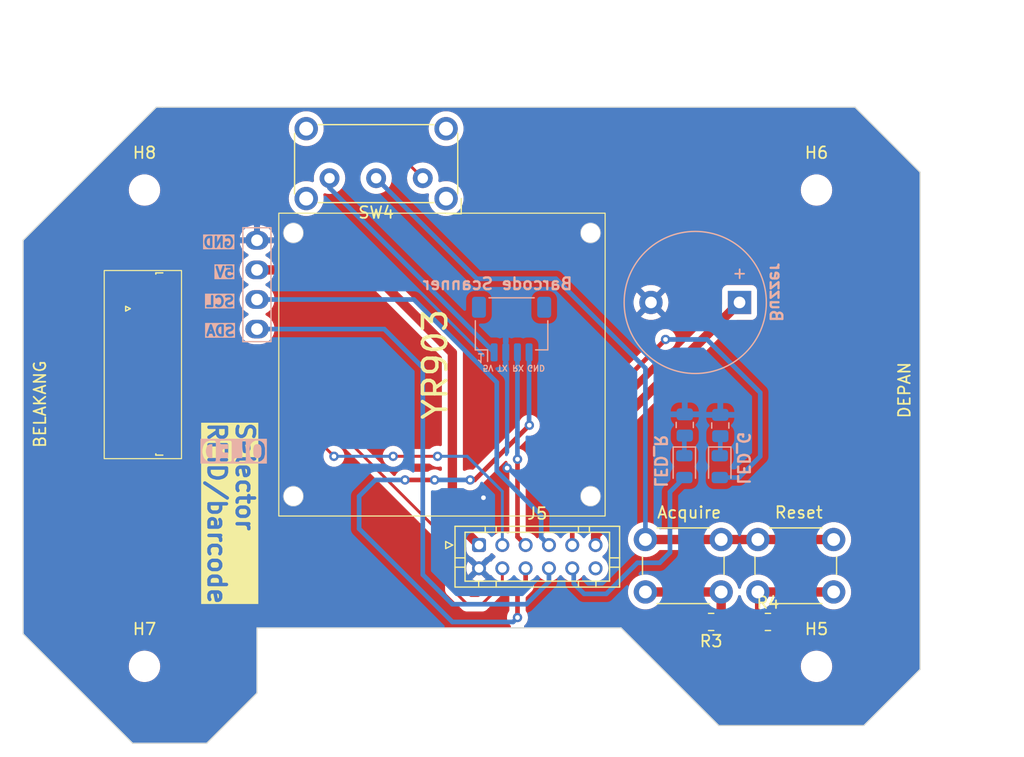
<source format=kicad_pcb>
(kicad_pcb (version 20221018) (generator pcbnew)
  (layers (0 "F.Cu" signal) (31 "B.Cu" signal) (34 "B.Paste" user) (35 "F.Paste" user) (36 "B.SilkS" user "B.Silkscreen") (37 "F.SilkS" user "F.Silkscreen") (38 "B.Mask" user) (39 "F.Mask" user) (44 "Edge.Cuts" user))
  (net 0 "")
  (net 1 "GND")
  (net 2 "+5V")
  (net 3 "P6_0")
  (net 4 "P6_1")
  (net 5 "P12_3")
  (net 6 "Net-(D1-K)")
  (net 7 "P9_2")
  (net 8 "Net-(D2-K)")
  (net 9 "P9_4")
  (net 10 "P9_0")
  (net 11 "P9_1")
  (net 12 "P13_6")
  (net 13 "P13_4")
  (net 14 "P12_1")
  (net 15 "P12_0")
  (net 16 "/PCB1 : Subsistem Data Processing, Gateway, Power/POWER_BUTTON_OUT")
  (net 18 "/PCB1 : Subsistem Data Processing, Gateway, Power/POWER_RFID")
  (net 19 "/PCB1 : Subsistem Data Processing, Gateway, Power/POWER_BARCODE")
  (footprint "WMS_components:YR903_RFID_Scanner_FPC" (layer "F.Cu") (at 207.1586 85.0286 90)
    (fp_text reference "U7" hide)
    (fp_text value "~")
    (fp_text user "YR903" (at -4.696686 8.4328 90 unlocked) (layer "F.SilkS") (effects (font (size 2 2) (thickness 0.3)) (justify left bottom)))
    (fp_line (start -7.5816 -16.7014) (end -7.5816 -16.1014) (stroke (width 0.12)) (layer "F.SilkS"))
    (fp_line (start -7.4716 -16.7014) (end -7.5816 -16.7014) (stroke (width 0.12)) (layer "F.SilkS"))
    (fp_line (start 4.7934 -19.2914) (end 5.1934 -19.2914) (stroke (width 0.12)) (layer "F.SilkS"))
    (fp_line (start 4.9934 -18.8914) (end 4.7934 -19.2914) (stroke (width 0.12)) (layer "F.SilkS"))
    (fp_line (start 5.1934 -19.2914) (end 4.9934 -18.8914) (stroke (width 0.12)) (layer "F.SilkS"))
    (fp_line (start 7.9584 -16.7014) (end 8.0684 -16.7014) (stroke (width 0.12)) (layer "F.SilkS"))
    (fp_line (start 8.0684 -16.7014) (end 8.0684 -16.1014) (stroke (width 0.12)) (layer "F.SilkS"))
    (fp_rect (start -12.8074 -6.1522) (end 13.1926 21.8478) (stroke (width 0.1)) (fill none) (layer "F.SilkS"))
    (fp_rect (start 8.2698 -21.129) (end -7.8846 -14.4996) (stroke (width 0.1)) (fill none) (layer "F.SilkS"))
    (fp_circle (center -11.1074 -4.9022) (end -10.2574 -4.9022) (stroke (width 0.05)) (fill none) (layer "Edge.Cuts"))
    (fp_circle (center -11.1074 20.5978) (end -10.2574 20.5978) (stroke (width 0.05)) (fill none) (layer "Edge.Cuts"))
    (fp_circle (center 11.4926 -4.9022) (end 12.3426 -4.9022) (stroke (width 0.05)) (fill none) (layer "Edge.Cuts"))
    (fp_circle (center 11.4926 20.5978) (end 12.3426 20.5978) (stroke (width 0.05)) (fill none) (layer "Edge.Cuts"))
    (pad "1" smd rect (at 4.9934 -20.0914 90) (size 0.3 1.1) (layers "F.Cu" "F.Paste" "F.Mask") (net 18 "/PCB1 : Subsistem Data Processing, Gateway, Power/POWER_RFID"))
    (pad "2" smd rect (at 4.4934 -20.0914 90) (size 0.3 1.1) (layers "F.Cu" "F.Paste" "F.Mask") (net 18 "/PCB1 : Subsistem Data Processing, Gateway, Power/POWER_RFID"))
    (pad "3" smd rect (at 3.9934 -20.0914 90) (size 0.3 1.1) (layers "F.Cu" "F.Paste" "F.Mask") (net 1 "GND"))
    (pad "4" smd rect (at 3.4934 -20.0914 90) (size 0.3 1.1) (layers "F.Cu" "F.Paste" "F.Mask") (net 1 "GND"))
    (pad "5" smd rect (at 2.9934 -20.0914 90) (size 0.3 1.1) (layers "F.Cu" "F.Paste" "F.Mask"))
    (pad "6" smd rect (at 2.4934 -20.0914 90) (size 0.3 1.1) (layers "F.Cu" "F.Paste" "F.Mask"))
    (pad "7" smd rect (at 1.9934 -20.0914 90) (size 0.3 1.1) (layers "F.Cu" "F.Paste" "F.Mask"))
    (pad "8" smd rect (at 1.4934 -20.0914 90) (size 0.3 1.1) (layers "F.Cu" "F.Paste" "F.Mask") (net 1 "GND"))
    (pad "9" smd rect (at 0.9934 -20.0914 90) (size 0.3 1.1) (layers "F.Cu" "F.Paste" "F.Mask") (net 1 "GND"))
    (pad "10" smd rect (at 0.4934 -20.0914 90) (size 0.3 1.1) (layers "F.Cu" "F.Paste" "F.Mask"))
    (pad "11" smd rect (at -0.0066 -20.0914 90) (size 0.3 1.1) (layers "F.Cu" "F.Paste" "F.Mask"))
    (pad "12" smd rect (at -0.5066 -20.0914 90) (size 0.3 1.1) (layers "F.Cu" "F.Paste" "F.Mask") (net 1 "GND"))
    (pad "13" smd rect (at -1.0066 -20.0914 90) (size 0.3 1.1) (layers "F.Cu" "F.Paste" "F.Mask") (net 1 "GND"))
    (pad "14" smd rect (at -1.5066 -20.0914 90) (size 0.3 1.1) (layers "F.Cu" "F.Paste" "F.Mask"))
    (pad "15" smd rect (at -2.0066 -20.0914 90) (size 0.3 1.1) (layers "F.Cu" "F.Paste" "F.Mask"))
    (pad "16" smd rect (at -2.5066 -20.0914 90) (size 0.3 1.1) (layers "F.Cu" "F.Paste" "F.Mask") (net 14 "P12_1"))
    (pad "17" smd rect (at -3.0066 -20.0914 90) (size 0.3 1.1) (layers "F.Cu" "F.Paste" "F.Mask") (net 15 "P12_0"))
    (pad "18" smd rect (at -3.5066 -20.0914 90) (size 0.3 1.1) (layers "F.Cu" "F.Paste" "F.Mask"))
    (pad "19" smd rect (at -4.0066 -20.0914 90) (size 0.3 1.1) (layers "F.Cu" "F.Paste" "F.Mask"))
    (pad "20" smd rect (at -4.5066 -20.0914 90) (size 0.3 1.1) (layers "F.Cu" "F.Paste" "F.Mask"))
    (pad "MP" smd rect (at -6.1766 -18.3914 90) (size 2.3 3.1) (layers "F.Cu" "F.Paste" "F.Mask"))
    (pad "MP" smd rect (at 6.6634 -18.3914 90) (size 2.3 3.1) (layers "F.Cu" "F.Paste" "F.Mask"))
  )
  (footprint "Button_Switch_THT:SW_PUSH_6mm_H9.5mm" (layer "F.Cu") (at 232.462 99.858)
    (fp_text reference "SW1" hide)
    (fp_text value "SW_Push_Open")
    (fp_line (start -0.25 1.5) (end -0.25 3) (stroke (width 0.12)) (layer "F.SilkS"))
    (fp_line (start 1 5.5) (end 5.5 5.5) (stroke (width 0.12)) (layer "F.SilkS"))
    (fp_line (start 5.5 -1) (end 1 -1) (stroke (width 0.12)) (layer "F.SilkS"))
    (fp_line (start 6.75 3) (end 6.75 1.5) (stroke (width 0.12)) (layer "F.SilkS"))
    (pad "1" thru_hole circle (at 0 0 90) (size 2 2) (drill 1.1) (layers "*.Cu" "*.Mask") (net 16 "/PCB1 : Subsistem Data Processing, Gateway, Power/POWER_BUTTON_OUT"))
    (pad "1" thru_hole circle (at 6.5 0 90) (size 2 2) (drill 1.1) (layers "*.Cu" "*.Mask") (net 16 "/PCB1 : Subsistem Data Processing, Gateway, Power/POWER_BUTTON_OUT"))
    (pad "2" thru_hole circle (at 0 4.5 90) (size 2 2) (drill 1.1) (layers "*.Cu" "*.Mask") (net 13 "P13_4"))
    (pad "2" thru_hole circle (at 6.5 4.5 90) (size 2 2) (drill 1.1) (layers "*.Cu" "*.Mask") (net 13 "P13_4"))
  )
  (footprint "Resistor_SMD:R_0805_2012Metric" (layer "F.Cu") (at 238.1015 106.934 180)
    (fp_text reference "R3" (at 0 -1.65) (layer "F.SilkS"))
    (fp_text value "R")
    (fp_line (start -0.227064 -0.735) (end 0.227064 -0.735) (stroke (width 0.12)) (layer "F.SilkS"))
    (fp_line (start -0.227064 0.735) (end 0.227064 0.735) (stroke (width 0.12)) (layer "F.SilkS"))
    (pad "1" smd roundrect (at -0.9125 0 180) (size 1.025 1.4) (layers "F.Cu" "F.Paste" "F.Mask") (roundrect_rratio 0.243902) (net 13 "P13_4"))
    (pad "2" smd roundrect (at 0.9125 0 180) (size 1.025 1.4) (layers "F.Cu" "F.Paste" "F.Mask") (roundrect_rratio 0.243902) (net 1 "GND"))
  )
  (footprint "Resistor_SMD:R_0805_2012Metric" (layer "F.Cu") (at 242.9745 106.934)
    (fp_text reference "R4" (at 0 -1.65) (layer "F.SilkS"))
    (fp_text value "R")
    (fp_line (start -0.227064 -0.735) (end 0.227064 -0.735) (stroke (width 0.12)) (layer "F.SilkS"))
    (fp_line (start -0.227064 0.735) (end 0.227064 0.735) (stroke (width 0.12)) (layer "F.SilkS"))
    (pad "1" smd roundrect (at -0.9125 0) (size 1.025 1.4) (layers "F.Cu" "F.Paste" "F.Mask") (roundrect_rratio 0.243902) (net 12 "P13_6"))
    (pad "2" smd roundrect (at 0.9125 0) (size 1.025 1.4) (layers "F.Cu" "F.Paste" "F.Mask") (roundrect_rratio 0.243902) (net 1 "GND"))
  )
  (footprint "Button_Switch_THT:SW_E-Switch_EG1224_SPDT_Angled" (layer "F.Cu") (at 213.36 68.8325 180)
    (fp_text reference "SW4" (at 4 -2.95) (layer "F.SilkS"))
    (fp_text value "SW_SPDT")
    (fp_line (start -3.3 -3.05) (end -2 -3.05) (stroke (width 0.12)) (layer "F.SilkS"))
    (fp_line (start -3.3 -1.75) (end -3.3 -3.05) (stroke (width 0.12)) (layer "F.SilkS"))
    (fp_line (start -3 3.85) (end -3 -1.35) (stroke (width 0.12)) (layer "F.SilkS"))
    (fp_line (start -0.95 -2.1) (end 8.95 -2.1) (stroke (width 0.12)) (layer "F.SilkS"))
    (fp_line (start 8.95 4.6) (end -0.95 4.6) (stroke (width 0.12)) (layer "F.SilkS"))
    (fp_line (start 11 -1.35) (end 11 3.85) (stroke (width 0.12)) (layer "F.SilkS"))
    (pad "" thru_hole circle (at -2 -1.75 180) (size 2 2) (drill 1.2) (layers "*.Cu" "*.Mask"))
    (pad "" thru_hole circle (at -2 4.25 180) (size 2 2) (drill 1.2) (layers "*.Cu" "*.Mask"))
    (pad "" thru_hole circle (at 10 -1.75 180) (size 2 2) (drill 1.2) (layers "*.Cu" "*.Mask"))
    (pad "" thru_hole circle (at 10 4.25 180) (size 2 2) (drill 1.2) (layers "*.Cu" "*.Mask"))
    (pad "1" thru_hole circle (at 0 0 180) (size 1.7 1.7) (drill 0.9) (layers "*.Cu" "*.Mask") (net 18 "/PCB1 : Subsistem Data Processing, Gateway, Power/POWER_RFID"))
    (pad "2" thru_hole circle (at 4 0 180) (size 1.7 1.7) (drill 0.9) (layers "*.Cu" "*.Mask") (net 16 "/PCB1 : Subsistem Data Processing, Gateway, Power/POWER_BUTTON_OUT"))
    (pad "3" thru_hole circle (at 8 0 180) (size 1.7 1.7) (drill 0.9) (layers "*.Cu" "*.Mask") (net 19 "/PCB1 : Subsistem Data Processing, Gateway, Power/POWER_BARCODE"))
  )
  (footprint "MountingHole:MountingHole_2.2mm_M2" (layer "F.Cu") (at 189.484 110.744)
    (fp_text reference "H7" (at 0 -3.2) (layer "F.SilkS"))
    (fp_text value "MountingHole")
    (pad "" np_thru_hole circle (at 0 0) (size 2.2 2.2) (drill 2.2) (layers "*.Cu" "*.Mask"))
  )
  (footprint "MountingHole:MountingHole_2.2mm_M2" (layer "F.Cu") (at 247.142 69.85)
    (fp_text reference "H6" (at 0 -3.2) (layer "F.SilkS"))
    (fp_text value "MountingHole")
    (pad "" np_thru_hole circle (at 0 0) (size 2.2 2.2) (drill 2.2) (layers "*.Cu" "*.Mask"))
  )
  (footprint "Button_Switch_THT:SW_PUSH_6mm_H9.5mm" (layer "F.Cu") (at 242.114 99.858)
    (fp_text reference "SW3" hide)
    (fp_text value "SW_Push_Open")
    (fp_line (start -0.25 1.5) (end -0.25 3) (stroke (width 0.12)) (layer "F.SilkS"))
    (fp_line (start 1 5.5) (end 5.5 5.5) (stroke (width 0.12)) (layer "F.SilkS"))
    (fp_line (start 5.5 -1) (end 1 -1) (stroke (width 0.12)) (layer "F.SilkS"))
    (fp_line (start 6.75 3) (end 6.75 1.5) (stroke (width 0.12)) (layer "F.SilkS"))
    (pad "1" thru_hole circle (at 0 0 90) (size 2 2) (drill 1.1) (layers "*.Cu" "*.Mask") (net 16 "/PCB1 : Subsistem Data Processing, Gateway, Power/POWER_BUTTON_OUT"))
    (pad "1" thru_hole circle (at 6.5 0 90) (size 2 2) (drill 1.1) (layers "*.Cu" "*.Mask") (net 16 "/PCB1 : Subsistem Data Processing, Gateway, Power/POWER_BUTTON_OUT"))
    (pad "2" thru_hole circle (at 0 4.5 90) (size 2 2) (drill 1.1) (layers "*.Cu" "*.Mask") (net 12 "P13_6"))
    (pad "2" thru_hole circle (at 6.5 4.5 90) (size 2 2) (drill 1.1) (layers "*.Cu" "*.Mask") (net 12 "P13_6"))
  )
  (footprint "MountingHole:MountingHole_2.2mm_M2" (layer "F.Cu") (at 189.484 69.85)
    (fp_text reference "H8" (at 0 -3.2) (layer "F.SilkS"))
    (fp_text value "MountingHole")
    (pad "" np_thru_hole circle (at 0 0) (size 2.2 2.2) (drill 2.2) (layers "*.Cu" "*.Mask"))
  )
  (footprint "Connector_JST:JST_PHD_B12B-PHDSS_2x06_P2.00mm_Vertical" (layer "F.Cu") (at 218.186 100.33)
    (fp_text reference "J5" (at 5 -2.7) (layer "F.SilkS"))
    (fp_text value "Conn_02x06_Odd_Even")
    (fp_line (start -2.86 -0.3) (end -2.26 0) (stroke (width 0.12)) (layer "F.SilkS"))
    (fp_line (start -2.86 0.3) (end -2.86 -0.3) (stroke (width 0.12)) (layer "F.SilkS"))
    (fp_line (start -2.26 0) (end -2.86 0.3) (stroke (width 0.12)) (layer "F.SilkS"))
    (fp_line (start -2.06 -1.61) (end -2.06 3.61) (stroke (width 0.12)) (layer "F.SilkS"))
    (fp_line (start -2.06 1.1) (end -1.2 1.1) (stroke (width 0.12)) (layer "F.SilkS"))
    (fp_line (start -2.06 1.9) (end -1.2 1.9) (stroke (width 0.12)) (layer "F.SilkS"))
    (fp_line (start -2.06 3.61) (end 12.06 3.61) (stroke (width 0.12)) (layer "F.SilkS"))
    (fp_line (start -1.2 -1.1) (end -1.2 3.1) (stroke (width 0.12)) (layer "F.SilkS"))
    (fp_line (start -1.2 3.1) (end 11.2 3.1) (stroke (width 0.12)) (layer "F.SilkS"))
    (fp_line (start -0.03 3.61) (end -0.03 3.1) (stroke (width 0.12)) (layer "F.SilkS"))
    (fp_line (start 0.53 -1.61) (end 0.53 -1.1) (stroke (width 0.12)) (layer "F.SilkS"))
    (fp_line (start 1.47 -1.61) (end 1.47 -1.1) (stroke (width 0.12)) (layer "F.SilkS"))
    (fp_line (start 1.47 3.61) (end 1.47 3.1) (stroke (width 0.12)) (layer "F.SilkS"))
    (fp_line (start 8.53 -1.61) (end 8.53 -1.1) (stroke (width 0.12)) (layer "F.SilkS"))
    (fp_line (start 8.53 3.61) (end 8.53 3.1) (stroke (width 0.12)) (layer "F.SilkS"))
    (fp_line (start 9.47 -1.61) (end 9.47 -1.1) (stroke (width 0.12)) (layer "F.SilkS"))
    (fp_line (start 10.03 3.61) (end 10.03 3.1) (stroke (width 0.12)) (layer "F.SilkS"))
    (fp_line (start 11.2 -1.1) (end -1.2 -1.1) (stroke (width 0.12)) (layer "F.SilkS"))
    (fp_line (start 11.2 3.1) (end 11.2 -1.1) (stroke (width 0.12)) (layer "F.SilkS"))
    (fp_line (start 12.06 -1.61) (end -2.06 -1.61) (stroke (width 0.12)) (layer "F.SilkS"))
    (fp_line (start 12.06 1.1) (end 11.2 1.1) (stroke (width 0.12)) (layer "F.SilkS"))
    (fp_line (start 12.06 1.9) (end 11.2 1.9) (stroke (width 0.12)) (layer "F.SilkS"))
    (fp_line (start 12.06 3.61) (end 12.06 -1.61) (stroke (width 0.12)) (layer "F.SilkS"))
    (pad "1" thru_hole roundrect (at 0 0) (size 1.2 1.2) (drill 0.75) (layers "*.Cu" "*.Mask") (roundrect_rratio 0.208333) (net 2 "+5V"))
    (pad "2" thru_hole circle (at 0 2) (size 1.2 1.2) (drill 0.75) (layers "*.Cu" "*.Mask") (net 1 "GND"))
    (pad "3" thru_hole circle (at 2 0) (size 1.2 1.2) (drill 0.75) (layers "*.Cu" "*.Mask") (net 15 "P12_0"))
    (pad "4" thru_hole circle (at 2 2) (size 1.2 1.2) (drill 0.75) (layers "*.Cu" "*.Mask") (net 14 "P12_1"))
    (pad "5" thru_hole circle (at 4 0) (size 1.2 1.2) (drill 0.75) (layers "*.Cu" "*.Mask") (net 11 "P9_1"))
    (pad "6" thru_hole circle (at 4 2) (size 1.2 1.2) (drill 0.75) (layers "*.Cu" "*.Mask") (net 10 "P9_0"))
    (pad "7" thru_hole circle (at 6 0) (size 1.2 1.2) (drill 0.75) (layers "*.Cu" "*.Mask") (net 3 "P6_0"))
    (pad "8" thru_hole circle (at 6 2) (size 1.2 1.2) (drill 0.75) (layers "*.Cu" "*.Mask") (net 4 "P6_1"))
    (pad "9" thru_hole circle (at 8 0) (size 1.2 1.2) (drill 0.75) (layers "*.Cu" "*.Mask") (net 7 "P9_2"))
    (pad "10" thru_hole circle (at 8 2) (size 1.2 1.2) (drill 0.75) (layers "*.Cu" "*.Mask") (net 9 "P9_4"))
    (pad "11" thru_hole circle (at 10 0) (size 1.2 1.2) (drill 0.75) (layers "*.Cu" "*.Mask") (net 5 "P12_3"))
    (pad "12" thru_hole circle (at 10 2) (size 1.2 1.2) (drill 0.75) (layers "*.Cu" "*.Mask"))
  )
  (footprint "MountingHole:MountingHole_2.2mm_M2" (layer "F.Cu") (at 247.142 110.744)
    (fp_text reference "H5" (at 0 -3.2) (layer "F.SilkS"))
    (fp_text value "MountingHole")
    (pad "" np_thru_hole circle (at 0 0) (size 2.2 2.2) (drill 2.2) (layers "*.Cu" "*.Mask"))
  )
  (footprint "WMS_components:GM67_Barcode_Scanner" (layer "B.Cu") (at 220.98 81.788)
    (fp_text reference "U4" hide)
    (fp_text value "~")
    (fp_text user "1" (at -3.048 2.032 -180 unlocked) (layer "B.SilkS") (effects (font (size 0.75 0.75) (thickness 0.1)) (justify left bottom mirror)))
    (fp_text user "TX" (at -1.27 3.048 -180 unlocked) (layer "B.SilkS") (effects (font (size 0.5 0.5) (thickness 0.1)) (justify left bottom mirror)))
    (fp_text user "5V" (at -2.54 3.048 -180 unlocked) (layer "B.SilkS") (effects (font (size 0.5 0.5) (thickness 0.1)) (justify left bottom mirror)))
    (fp_text user "GND" (at 1.27 3.048 -180 unlocked) (layer "B.SilkS") (effects (font (size 0.5 0.5) (thickness 0.1)) (justify left bottom mirror)))
    (fp_text user "Barcode Scanner" (at 5.334 -3.302 unlocked) (layer "B.SilkS") (effects (font (thickness 0.2) bold) (justify left bottom mirror)))
    (fp_text user "RX" (at 0 3.048 -180 unlocked) (layer "B.SilkS") (effects (font (size 0.5 0.5) (thickness 0.1)) (justify left bottom mirror)))
    (fp_line (start -3.11 -0.715) (end -3.11 1.785) (stroke (width 0.12)) (layer "B.SilkS"))
    (fp_line (start -3.11 1.785) (end -2.06 1.785) (stroke (width 0.12)) (layer "B.SilkS"))
    (fp_line (start -2.06 1.785) (end -2.06 2.775) (stroke (width 0.12)) (layer "B.SilkS"))
    (fp_line (start -1.94 -2.685) (end 1.94 -2.685) (stroke (width 0.12)) (layer "B.SilkS"))
    (fp_line (start 3.11 -0.715) (end 3.11 1.785) (stroke (width 0.12)) (layer "B.SilkS"))
    (fp_line (start 3.11 1.785) (end 2.06 1.785) (stroke (width 0.12)) (layer "B.SilkS"))
    (pad "1" smd roundrect (at -1.5 2) (size 0.6 1.55) (layers "B.Cu" "B.Paste" "B.Mask") (net 19 "/PCB1 : Subsistem Data Processing, Gateway, Power/POWER_BARCODE"))
    (pad "2" smd roundrect (at -0.5 2) (size 0.6 1.55) (layers "B.Cu" "B.Paste" "B.Mask") (net 1 "GND"))
    (pad "3" smd roundrect (at 0.5 2) (size 0.6 1.55) (layers "B.Cu" "B.Paste" "B.Mask") (net 11 "P9_1"))
    (pad "4" smd roundrect (at 1.5 2) (size 0.6 1.55) (layers "B.Cu" "B.Paste" "B.Mask") (net 10 "P9_0"))
    (pad "MP" smd roundrect (at -2.8 -1.875) (size 1.2 1.8) (layers "B.Cu" "B.Paste" "B.Mask") (roundrect_rratio 0.208333))
    (pad "MP" smd roundrect (at 2.8 -1.875) (size 1.2 1.8) (layers "B.Cu" "B.Paste" "B.Mask") (roundrect_rratio 0.208333))
  )
  (footprint "Resistor_SMD:R_0805_2012Metric" (layer "B.Cu") (at 235.839 90.0195 -90)
    (fp_text reference "R2" hide)
    (fp_text value "R")
    (fp_line (start -0.227064 -0.735) (end 0.227064 -0.735) (stroke (width 0.12)) (layer "B.SilkS"))
    (fp_line (start -0.227064 0.735) (end 0.227064 0.735) (stroke (width 0.12)) (layer "B.SilkS"))
    (pad "1" smd roundrect (at -0.9125 0 270) (size 1.025 1.4) (layers "B.Cu" "B.Paste" "B.Mask") (roundrect_rratio 0.243902) (net 1 "GND"))
    (pad "2" smd roundrect (at 0.9125 0 270) (size 1.025 1.4) (layers "B.Cu" "B.Paste" "B.Mask") (roundrect_rratio 0.243902) (net 8 "Net-(D2-K)"))
  )
  (footprint "Buzzer_Beeper:Buzzer_12x9.5RM7.6" (layer "B.Cu") (at 240.538 79.502 180)
    (fp_text reference "BZ1" hide)
    (fp_text value "Buzzer")
    (fp_text user "+" (at -0.01 2.54) (layer "B.SilkS") (effects (justify mirror)))
    (fp_circle (center 3.8 0) (end 9.9 0) (stroke (width 0.12)) (fill none) (layer "B.SilkS"))
    (pad "1" thru_hole rect (at 0 0 180) (size 2 2) (drill 1) (layers "*.Cu" "*.Mask") (net 5 "P12_3"))
    (pad "2" thru_hole circle (at 7.6 0 180) (size 2 2) (drill 1) (layers "*.Cu" "*.Mask") (net 1 "GND"))
  )
  (footprint "WMS_components:128x64OLED_v2" (layer "B.Cu") (at 200.1012 78.0542 -90)
    (fp_text reference "Brd1" hide)
    (fp_text value "SSD1306")
    (fp_text user "GND" (at -3.2126 2.8112 unlocked) (layer "B.SilkS" knockout) (effects (font (size 0.85 0.85) (thickness 0.2125) bold) (justify left bottom mirror)))
    (fp_text user "SCL" (at 1.8674 2.8112 unlocked) (layer "B.SilkS" knockout) (effects (font (size 0.85 0.85) (thickness 0.2125) bold) (justify left bottom mirror)))
    (fp_text user "5V" (at -0.6472 2.8112 unlocked) (layer "B.SilkS" knockout) (effects (font (size 0.85 0.85) (thickness 0.2125) bold) (justify left bottom mirror)))
    (fp_text user "SDA" (at 4.382 2.7604 unlocked) (layer "B.SilkS" knockout) (effects (font (size 0.85 0.85) (thickness 0.2125) bold) (justify left bottom mirror)))
    (fp_line (start -4.9652 2.1762) (end -4.9652 -0.2368) (stroke (width 0.12)) (layer "B.SilkS"))
    (fp_line (start -4.9652 2.1762) (end 4.8138 2.1762) (stroke (width 0.12)) (layer "B.SilkS"))
    (fp_line (start 4.8138 -0.2368) (end -4.9652 -0.2368) (stroke (width 0.12)) (layer "B.SilkS"))
    (fp_line (start 4.8138 2.1762) (end 4.8138 -0.2368) (stroke (width 0.12)) (layer "B.SilkS"))
    (pad "1" thru_hole oval (at -3.8862 0.9652 180) (size 2 1.6) (drill 1) (layers "*.Cu" "*.Mask") (net 1 "GND"))
    (pad "2" thru_hole oval (at -1.3462 0.9652 180) (size 2 1.6) (drill 1) (layers "*.Cu" "*.Mask") (net 2 "+5V"))
    (pad "3" thru_hole oval (at 1.1938 0.9652 180) (size 2 1.6) (drill 1) (layers "*.Cu" "*.Mask") (net 3 "P6_0"))
    (pad "4" thru_hole oval (at 3.7338 0.9652 180) (size 2 1.6) (drill 1) (layers "*.Cu" "*.Mask") (net 4 "P6_1"))
  )
  (footprint "LED_SMD:LED_0805_2012Metric" (layer "B.Cu") (at 238.842 93.597 -90)
    (fp_text reference "D1" hide)
    (fp_text value "LED")
    (fp_line (start -1.685 -0.96) (end 1 -0.96) (stroke (width 0.12)) (layer "B.SilkS"))
    (fp_line (start -1.685 0.96) (end -1.685 -0.96) (stroke (width 0.12)) (layer "B.SilkS"))
    (fp_line (start 1 0.96) (end -1.685 0.96) (stroke (width 0.12)) (layer "B.SilkS"))
    (pad "1" smd roundrect (at -0.9375 0 270) (size 0.975 1.4) (layers "B.Cu" "B.Paste" "B.Mask") (net 6 "Net-(D1-K)"))
    (pad "2" smd roundrect (at 0.9375 0 270) (size 0.975 1.4) (layers "B.Cu" "B.Paste" "B.Mask") (net 7 "P9_2"))
  )
  (footprint "LED_SMD:LED_0805_2012Metric" (layer "B.Cu") (at 235.802 93.597 -90)
    (fp_text reference "D2" hide)
    (fp_text value "LED")
    (fp_line (start -1.685 -0.96) (end 1 -0.96) (stroke (width 0.12)) (layer "B.SilkS"))
    (fp_line (start -1.685 0.96) (end -1.685 -0.96) (stroke (width 0.12)) (layer "B.SilkS"))
    (fp_line (start 1 0.96) (end -1.685 0.96) (stroke (width 0.12)) (layer "B.SilkS"))
    (pad "1" smd roundrect (at -0.9375 0 270) (size 0.975 1.4) (layers "B.Cu" "B.Paste" "B.Mask") (net 8 "Net-(D2-K)"))
    (pad "2" smd roundrect (at 0.9375 0 270) (size 0.975 1.4) (layers "B.Cu" "B.Paste" "B.Mask") (net 9 "P9_4"))
  )
  (footprint "Resistor_SMD:R_0805_2012Metric" (layer "B.Cu") (at 238.887 90.0665 -90)
    (fp_text reference "R1" hide)
    (fp_text value "R")
    (fp_line (start -0.227064 -0.735) (end 0.227064 -0.735) (stroke (width 0.12)) (layer "B.SilkS"))
    (fp_line (start -0.227064 0.735) (end 0.227064 0.735) (stroke (width 0.12)) (layer "B.SilkS"))
    (pad "1" smd roundrect (at -0.9125 0 270) (size 1.025 1.4) (layers "B.Cu" "B.Paste" "B.Mask") (roundrect_rratio 0.243902) (net 1 "GND"))
    (pad "2" smd roundrect (at 0.9125 0 270) (size 1.025 1.4) (layers "B.Cu" "B.Paste" "B.Mask") (roundrect_rratio 0.243902) (net 6 "Net-(D1-K)"))
  )
  (gr_line (start 179.07 74.168) (end 189.992 63.246) (stroke (width 0.1)) (layer "Edge.Cuts"))
  (gr_line (start 190.5 62.738) (end 189.992 63.246) (stroke (width 0.1)) (layer "Edge.Cuts"))
  (gr_line (start 199.136 107.442) (end 230.378 107.442) (stroke (width 0.1)) (layer "Edge.Cuts"))
  (gr_line (start 179.07 74.168) (end 179.07 107.95) (stroke (width 0.1)) (layer "Edge.Cuts"))
  (gr_line (start 194.818 117.348) (end 199.136 113.03) (stroke (width 0.1)) (layer "Edge.Cuts"))
  (gr_line (start 179.07 107.95) (end 188.468 117.348) (stroke (width 0.1)) (layer "Edge.Cuts"))
  (gr_line (start 230.378 107.442) (end 238.76 115.824) (stroke (width 0.1)) (layer "Edge.Cuts"))
  (gr_line (start 250.444 62.738) (end 191.008 62.738) (stroke (width 0.1)) (layer "Edge.Cuts"))
  (gr_line (start 199.136 113.03) (end 199.136 107.442) (stroke (width 0.1)) (layer "Edge.Cuts"))
  (gr_line (start 256.032 68.326) (end 250.444 62.738) (stroke (width 0.1)) (layer "Edge.Cuts"))
  (gr_line (start 238.76 115.824) (end 251.206 115.824) (stroke (width 0.1)) (layer "Edge.Cuts"))
  (gr_line (start 256.032 110.998) (end 256.032 68.326) (stroke (width 0.1)) (layer "Edge.Cuts"))
  (gr_line (start 251.206 115.824) (end 256.032 110.998) (stroke (width 0.1)) (layer "Edge.Cuts"))
  (gr_line (start 191.008 62.738) (end 190.5 62.738) (stroke (width 0.1)) (layer "Edge.Cuts"))
  (gr_line (start 188.468 117.348) (end 194.818 117.348) (stroke (width 0.1)) (layer "Edge.Cuts"))
  (gr_text "LED_G" (at 240.284 95.25 270) (layer "B.SilkS") (effects (font (size 1 1) (thickness 0.2) bold) (justify left bottom mirror)))
  (gr_text "LED_R" (at 233.172 95.504 270) (layer "B.SilkS") (effects (font (size 1 1) (thickness 0.2) bold) (justify left bottom mirror)))
  (gr_text "OLED" (at 200.152 93.218) (layer "B.SilkS" knockout) (effects (font (size 1.5 1.5) (thickness 0.3) bold) (justify left bottom mirror)))
  (gr_text "Buzzer" (at 243.078 81.28 270) (layer "B.SilkS") (effects (font (size 1 1) (thickness 0.2) bold) (justify left bottom mirror)))
  (gr_text "Acquire" (at 236.22 97.536) (layer "F.SilkS") (effects (font (size 1 1))))
  (gr_text "BELAKANG" (at 181.102 92.075 90) (layer "F.SilkS") (effects (font (size 1 1)) (justify left bottom)))
  (gr_text "Reset" (at 245.618 97.536) (layer "F.SilkS") (effects (font (size 1 1))))
  (gr_text "DEPAN" (at 255.27 89.535 90) (layer "F.SilkS") (effects (font (size 1 1)) (justify left bottom)))
  (gr_text "Selector\nRFID/barcode" (at 194.818 89.662 -90) (layer "F.SilkS" knockout) (effects (font (size 1.5 1.5) (thickness 0.3) bold) (justify left bottom)))
  (segment (start 187.0764 81.026) (end 187.0672 81.0352) (width 0.25) (layer "F.Cu") (net 1))
  (segment (start 188.0482 84.0352) (end 188.087 84.074) (width 0.25) (layer "F.Cu") (net 1))
  (segment (start 188.1832 83.5352) (end 188.214 83.566) (width 0.25) (layer "F.Cu") (net 1))
  (segment (start 187.0672 81.0352) (end 185.8102 81.0352) (width 0.25) (layer "F.Cu") (net 1))
  (segment (start 188.0228 85.5352) (end 188.087 85.471) (width 0.25) (layer "F.Cu") (net 1))
  (segment (start 185.8102 81.0352) (end 185.801 81.026) (width 0.25) (layer "F.Cu") (net 1))
  (segment (start 188.087 81.026) (end 187.0764 81.026) (width 0.25) (layer "F.Cu") (net 1))
  (segment (start 187.0672 85.5352) (end 185.9922 85.5352) (width 0.25) (layer "F.Cu") (net 1))
  (segment (start 187.0672 84.0352) (end 185.9668 84.0352) (width 0.25) (layer "F.Cu") (net 1))
  (segment (start 188.2128 81.5352) (end 188.214 81.534) (width 0.25) (layer "F.Cu") (net 1))
  (segment (start 187.0672 83.5352) (end 185.8318 83.5352) (width 0.25) (layer "F.Cu") (net 1))
  (segment (start 187.0672 84.0352) (end 188.0482 84.0352) (width 0.25) (layer "F.Cu") (net 1))
  (segment (start 185.9668 84.0352) (end 185.928 84.074) (width 0.25) (layer "F.Cu") (net 1))
  (segment (start 187.0672 86.0352) (end 185.8572 86.0352) (width 0.25) (layer "F.Cu") (net 1))
  (segment (start 187.0672 85.5352) (end 188.0228 85.5352) (width 0.25) (layer "F.Cu") (net 1))
  (segment (start 187.0672 83.5352) (end 188.1832 83.5352) (width 0.25) (layer "F.Cu") (net 1))
  (segment (start 187.0672 81.5352) (end 188.2128 81.5352) (width 0.25) (layer "F.Cu") (net 1))
  (segment (start 188.3972 86.0352) (end 188.468 86.106) (width 0.25) (layer "F.Cu") (net 1))
  (segment (start 185.8022 81.5352) (end 185.801 81.534) (width 0.25) (layer "F.Cu") (net 1))
  (segment (start 187.0672 81.5352) (end 185.8022 81.5352) (width 0.25) (layer "F.Cu") (net 1))
  (segment (start 185.8318 83.5352) (end 185.801 83.566) (width 0.25) (layer "F.Cu") (net 1))
  (segment (start 185.8572 86.0352) (end 185.801 85.979) (width 0.25) (layer "F.Cu") (net 1))
  (segment (start 187.0672 86.0352) (end 188.3972 86.0352) (width 0.25) (layer "F.Cu") (net 1))
  (via (at 220.599 93.726) (size 0.8) (drill 0.4) (layers "F.Cu" "B.Cu") (net 1))
  (via (at 218.567 96.266) (size 0.8) (drill 0.4) (layers "F.Cu" "B.Cu") (net 1))
  (segment (start 208.788 76.708) (end 215.9 83.82) (width 0.8) (layer "F.Cu") (net 2))
  (segment (start 199.136 76.708) (end 208.788 76.708) (width 0.8) (layer "F.Cu") (net 2))
  (segment (start 215.9 83.82) (end 215.9 98.044) (width 0.8) (layer "F.Cu") (net 2))
  (segment (start 215.9 98.044) (end 218.186 100.33) (width 0.8) (layer "F.Cu") (net 2))
  (segment (start 219.71 93.98) (end 223.52 97.79) (width 0.4) (layer "B.Cu") (net 3))
  (segment (start 223.52 97.79) (end 223.52 99.664) (width 0.4) (layer "B.Cu") (net 3))
  (segment (start 223.52 99.664) (end 224.186 100.33) (width 0.4) (layer "B.Cu") (net 3))
  (segment (start 212.598 79.248) (end 219.71 86.36) (width 0.4) (layer "B.Cu") (net 3))
  (segment (start 199.136 79.248) (end 212.598 79.248) (width 0.4) (layer "B.Cu") (net 3))
  (segment (start 219.71 86.36) (end 219.71 93.98) (width 0.4) (layer "B.Cu") (net 3))
  (segment (start 224.186 103.474) (end 224.186 102.33) (width 0.4) (layer "B.Cu") (net 4))
  (segment (start 213.36 102.87) (end 215.9 105.41) (width 0.4) (layer "B.Cu") (net 4))
  (segment (start 199.136 81.788) (end 210.058 81.788) (width 0.4) (layer "B.Cu") (net 4))
  (segment (start 222.25 105.41) (end 224.186 103.474) (width 0.4) (layer "B.Cu") (net 4))
  (segment (start 213.36 85.09) (end 213.36 102.87) (width 0.4) (layer "B.Cu") (net 4))
  (segment (start 215.9 105.41) (end 222.25 105.41) (width 0.4) (layer "B.Cu") (net 4))
  (segment (start 210.058 81.788) (end 213.36 85.09) (width 0.4) (layer "B.Cu") (net 4))
  (segment (start 228.186 99.474) (end 228.186 100.33) (width 0.8) (layer "F.Cu") (net 5))
  (segment (start 240.538 79.502) (end 229.87 90.17) (width 0.8) (layer "F.Cu") (net 5))
  (segment (start 229.87 90.17) (end 229.87 97.79) (width 0.8) (layer "F.Cu") (net 5))
  (segment (start 229.87 97.79) (end 228.186 99.474) (width 0.8) (layer "F.Cu") (net 5))
  (segment (start 238.887 90.979) (end 238.887 92.6145) (width 0.4) (layer "B.Cu") (net 6))
  (segment (start 238.887 92.6145) (end 238.842 92.6595) (width 0.4) (layer "B.Cu") (net 6))
  (segment (start 234.188 82.677) (end 226.186 90.679) (width 0.4) (layer "F.Cu") (net 7))
  (segment (start 226.186 90.679) (end 226.186 100.33) (width 0.4) (layer "F.Cu") (net 7))
  (via (at 234.188 82.677) (size 0.8) (drill 0.4) (layers "F.Cu" "B.Cu") (net 7))
  (segment (start 242.062 86.995) (end 237.744 82.677) (width 0.4) (layer "B.Cu") (net 7))
  (segment (start 237.744 82.677) (end 234.188 82.677) (width 0.4) (layer "B.Cu") (net 7))
  (segment (start 240.4915 94.5345) (end 242.316 92.71) (width 0.4) (layer "B.Cu") (net 7))
  (segment (start 242.316 92.71) (end 242.316 87.249) (width 0.4) (layer "B.Cu") (net 7))
  (segment (start 242.316 87.249) (end 242.062 86.995) (width 0.4) (layer "B.Cu") (net 7))
  (segment (start 238.842 94.5345) (end 240.4915 94.5345) (width 0.4) (layer "B.Cu") (net 7))
  (segment (start 235.802 90.969) (end 235.802 92.6595) (width 0.4) (layer "B.Cu") (net 8))
  (segment (start 235.839 90.932) (end 235.802 90.969) (width 0.4) (layer "B.Cu") (net 8))
  (segment (start 229.108 104.521) (end 227.203 104.521) (width 0.4) (layer "B.Cu") (net 9))
  (segment (start 235.802 94.5345) (end 234.569 95.7675) (width 0.4) (layer "B.Cu") (net 9))
  (segment (start 226.314 102.458) (end 226.186 102.33) (width 0.4) (layer "B.Cu") (net 9))
  (segment (start 234.569 95.7675) (end 234.569 100.965) (width 0.4) (layer "B.Cu") (net 9))
  (segment (start 234.569 100.965) (end 233.68 101.854) (width 0.4) (layer "B.Cu") (net 9))
  (segment (start 226.314 103.632) (end 226.314 102.458) (width 0.4) (layer "B.Cu") (net 9))
  (segment (start 233.68 101.854) (end 231.775 101.854) (width 0.4) (layer "B.Cu") (net 9))
  (segment (start 227.203 104.521) (end 226.314 103.632) (width 0.4) (layer "B.Cu") (net 9))
  (segment (start 231.775 101.854) (end 229.108 104.521) (width 0.4) (layer "B.Cu") (net 9))
  (segment (start 214.376 94.742) (end 211.836 94.742) (width 0.4) (layer "F.Cu") (net 10))
  (segment (start 222.186 103.823) (end 222.186 102.33) (width 0.4) (layer "F.Cu") (net 10))
  (segment (start 221.488 104.521) (end 222.186 103.823) (width 0.4) (layer "F.Cu") (net 10))
  (segment (start 221.488 106.553) (end 221.488 104.521) (width 0.4) (layer "F.Cu") (net 10))
  (segment (start 217.805 94.742) (end 217.424 94.742) (width 0.4) (layer "F.Cu") (net 10))
  (segment (start 222.504 90.043) (end 217.805 94.742) (width 0.4) (layer "F.Cu") (net 10))
  (via (at 211.836 94.742) (size 0.8) (drill 0.4) (layers "F.Cu" "B.Cu") (net 10))
  (via (at 217.424 94.742) (size 0.8) (drill 0.4) (layers "F.Cu" "B.Cu") (net 10))
  (via (at 214.376 94.742) (size 0.8) (drill 0.4) (layers "F.Cu" "B.Cu") (net 10))
  (via (at 222.504 90.043) (size 0.8) (drill 0.4) (layers "F.Cu" "B.Cu") (net 10))
  (via (at 221.488 106.553) (size 0.8) (drill 0.4) (layers "F.Cu" "B.Cu") (net 10))
  (segment (start 207.899 98.933) (end 215.9 106.934) (width 0.4) (layer "B.Cu") (net 10))
  (segment (start 209.296 94.742) (end 207.899 96.139) (width 0.4) (layer "B.Cu") (net 10))
  (segment (start 211.836 94.742) (end 209.296 94.742) (width 0.4) (layer "B.Cu") (net 10))
  (segment (start 217.424 94.742) (end 214.376 94.742) (width 0.4) (layer "B.Cu") (net 10))
  (segment (start 221.107 106.934) (end 221.488 106.553) (width 0.4) (layer "B.Cu") (net 10))
  (segment (start 222.48 90.019) (end 222.504 90.043) (width 0.4) (layer "B.Cu") (net 10))
  (segment (start 215.9 106.934) (end 221.107 106.934) (width 0.4) (layer "B.Cu") (net 10))
  (segment (start 222.48 83.788) (end 222.48 90.019) (width 0.4) (layer "B.Cu") (net 10))
  (segment (start 207.899 96.139) (end 207.899 98.933) (width 0.4) (layer "B.Cu") (net 10))
  (segment (start 221.488 92.964) (end 221.488 99.632) (width 0.4) (layer "F.Cu") (net 11))
  (segment (start 221.488 99.632) (end 222.186 100.33) (width 0.4) (layer "F.Cu") (net 11))
  (via (at 221.488 92.964) (size 0.8) (drill 0.4) (layers "F.Cu" "B.Cu") (net 11))
  (segment (start 221.615 92.964) (end 221.488 92.837) (width 0.4) (layer "B.Cu") (net 11))
  (segment (start 221.48 83.788) (end 221.48 92.829) (width 0.4) (layer "B.Cu") (net 11))
  (segment (start 221.48 92.829) (end 221.488 92.837) (width 0.4) (layer "B.Cu") (net 11))
  (segment (start 221.488 92.964) (end 221.615 92.964) (width 0.4) (layer "B.Cu") (net 11))
  (segment (start 221.488 92.837) (end 221.488 92.964) (width 0.4) (layer "B.Cu") (net 11))
  (segment (start 242.062 106.934) (end 242.062 104.41) (width 0.4) (layer "F.Cu") (net 12))
  (segment (start 242.062 104.41) (end 242.114 104.358) (width 0.4) (layer "F.Cu") (net 12))
  (segment (start 242.114 104.358) (end 248.614 104.358) (width 0.8) (layer "F.Cu") (net 12))
  (segment (start 232.462 104.358) (end 238.962 104.358) (width 0.8) (layer "F.Cu") (net 13))
  (segment (start 238.962 106.882) (end 239.014 106.934) (width 0.8) (layer "F.Cu") (net 13))
  (segment (start 238.962 104.358) (end 238.962 106.882) (width 0.8) (layer "F.Cu") (net 13))
  (segment (start 187.0672 87.5352) (end 203.1052 87.5352) (width 0.25) (layer "F.Cu") (net 14))
  (segment (start 220.186 103.664) (end 220.186 102.33) (width 0.25) (layer "F.Cu") (net 14))
  (segment (start 218.44 105.41) (end 220.186 103.664) (width 0.25) (layer "F.Cu") (net 14))
  (segment (start 217.17 105.41) (end 218.44 105.41) (width 0.25) (layer "F.Cu") (net 14))
  (segment (start 203.1052 87.5352) (end 215.9 100.33) (width 0.25) (layer "F.Cu") (net 14))
  (segment (start 215.9 104.14) (end 217.17 105.41) (width 0.25) (layer "F.Cu") (net 14))
  (segment (start 215.9 100.33) (end 215.9 104.14) (width 0.25) (layer "F.Cu") (net 14))
  (segment (start 201.0652 88.0352) (end 205.74 92.71) (width 0.25) (layer "F.Cu") (net 15))
  (segment (start 210.82 92.71) (end 214.63 92.71) (width 0.25) (layer "F.Cu") (net 15))
  (segment (start 187.0672 88.0352) (end 201.0652 88.0352) (width 0.25) (layer "F.Cu") (net 15))
  (via (at 210.82 92.71) (size 0.8) (drill 0.4) (layers "F.Cu" "B.Cu") (net 15))
  (via (at 205.74 92.71) (size 0.8) (drill 0.4) (layers "F.Cu" "B.Cu") (net 15))
  (via (at 214.63 92.71) (size 0.8) (drill 0.4) (layers "F.Cu" "B.Cu") (net 15))
  (segment (start 214.63 92.71) (end 217.17 92.71) (width 0.25) (layer "B.Cu") (net 15))
  (segment (start 217.17 92.71) (end 220.186 95.726) (width 0.25) (layer "B.Cu") (net 15))
  (segment (start 205.74 92.71) (end 210.82 92.71) (width 0.25) (layer "B.Cu") (net 15))
  (segment (start 220.186 95.726) (end 220.186 100.33) (width 0.25) (layer "B.Cu") (net 15))
  (segment (start 238.962 99.858) (end 242.114 99.858) (width 0.8) (layer "F.Cu") (net 16))
  (segment (start 238.962 99.858) (end 232.462 99.858) (width 0.8) (layer "F.Cu") (net 16))
  (segment (start 242.114 99.858) (end 248.614 99.858) (width 0.8) (layer "F.Cu") (net 16))
  (segment (start 217.9975 77.47) (end 224.79 77.47) (width 0.4) (layer "B.Cu") (net 16))
  (segment (start 209.36 68.8325) (end 217.9975 77.47) (width 0.4) (layer "B.Cu") (net 16))
  (segment (start 232.462 85.142) (end 232.462 99.858) (width 0.4) (layer "B.Cu") (net 16))
  (segment (start 224.79 77.47) (end 232.462 85.142) (width 0.4) (layer "B.Cu") (net 16))
  (segment (start 187.0672 80.5352) (end 187.0672 80.0352) (width 0.25) (layer "F.Cu") (net 18))
  (segment (start 185.42 78.74) (end 185.42 76.2) (width 0.25) (layer "F.Cu") (net 18))
  (segment (start 211.8375 67.31) (end 213.36 68.8325) (width 0.25) (layer "F.Cu") (net 18))
  (segment (start 194.31 74.93) (end 201.93 67.31) (width 0.25) (layer "F.Cu") (net 18))
  (segment (start 201.93 67.31) (end 211.8375 67.31) (width 0.25) (layer "F.Cu") (net 18))
  (segment (start 186.69 74.93) (end 194.31 74.93) (width 0.25) (layer "F.Cu") (net 18))
  (segment (start 187.0672 80.0352) (end 186.7152 80.0352) (width 0.25) (layer "F.Cu") (net 18))
  (segment (start 185.42 76.2) (end 186.69 74.93) (width 0.25) (layer "F.Cu") (net 18))
  (segment (start 186.7152 80.0352) (end 185.42 78.74) (width 0.25) (layer "F.Cu") (net 18))
  (segment (start 219.48 83.788) (end 205.36 69.668) (width 0.4) (layer "B.Cu") (net 19))
  (segment (start 205.36 69.668) (end 205.36 68.8325) (width 0.4) (layer "B.Cu") (net 19))
  (zone (net 1) (net_name "GND") (layers "F&B.Cu") (connect_pads (clearance 0.5)) (min_thickness 0.25) (fill yes (thermal_gap 0.5) (thermal_bridge_width 0.5))
    (polygon (pts (xy 177.8 62.484) (xy 256.921 62.357) (xy 257.048 117.348) (xy 177.165 117.856) (xy 177.8 62.611)))
  )
)
</source>
